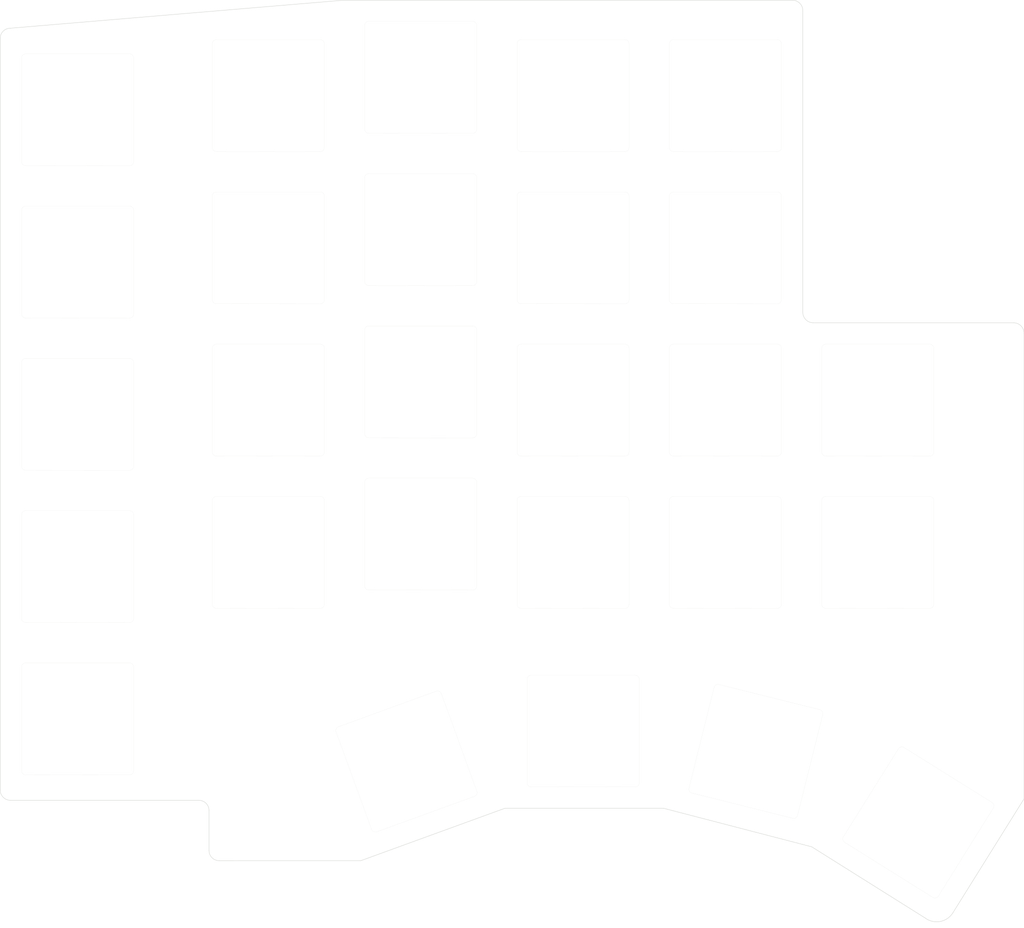
<source format=kicad_pcb>
(kicad_pcb (version 20210925) (generator pcbnew)
  (layers (0 "F.Cu" signal) (31 "B.Cu" signal) (34 "B.Paste" user) (35 "F.Paste" user) (36 "B.SilkS" user "B.Silkscreen") (37 "F.SilkS" user "F.Silkscreen") (38 "B.Mask" user) (39 "F.Mask" user) (44 "Edge.Cuts" user))
  (net 0 "")
  (footprint "acheron_MX_PlateSlots:MX100" (layer "F.Cu") (at 90.9574 47.498)
    (fp_text reference "SW1")
    (fp_text value "SW_Push")
    (fp_line (start 7 -6.5) (end 7 6.5) (layer "Edge.Cuts") (width 0.010007))
    (fp_line (start -6.5 -7) (end 6.5 -7) (layer "Edge.Cuts") (width 0.010007))
    (fp_line (start -6.5 6.990924) (end 6.5 7) (layer "Edge.Cuts") (width 0.010007))
    (fp_line (start -7 -6.5) (end -7 6.490924) (layer "Edge.Cuts") (width 0.010007))
    (fp_arc (start 6.5 -6.5) (end 7 -6.5) (angle -90) (layer "Edge.Cuts") (width 0.010007))
    (fp_arc (start -6.5 -6.5) (end -6.5 -7) (angle -90) (layer "Edge.Cuts") (width 0.010007))
    (fp_arc (start 6.5 6.5) (end 6.5 7) (angle -90) (layer "Edge.Cuts") (width 0.010007))
    (fp_arc (start -6.5 6.490924) (end -7 6.490924) (angle -90) (layer "Edge.Cuts") (width 0.010007))
  )
  (footprint "acheron_MX_PlateSlots:MX100" (layer "F.Cu") (at 90.9574 66.548)
    (fp_text reference "SW2")
    (fp_text value "SW_Push")
    (fp_line (start -6.5 -7) (end 6.5 -7) (layer "Edge.Cuts") (width 0.010007))
    (fp_line (start -6.5 6.990924) (end 6.5 7) (layer "Edge.Cuts") (width 0.010007))
    (fp_line (start 7 -6.5) (end 7 6.5) (layer "Edge.Cuts") (width 0.010007))
    (fp_line (start -7 -6.5) (end -7 6.490924) (layer "Edge.Cuts") (width 0.010007))
    (fp_arc (start 6.5 6.5) (end 6.5 7) (angle -90) (layer "Edge.Cuts") (width 0.010007))
    (fp_arc (start -6.5 -6.5) (end -6.5 -7) (angle -90) (layer "Edge.Cuts") (width 0.010007))
    (fp_arc (start 6.5 -6.5) (end 7 -6.5) (angle -90) (layer "Edge.Cuts") (width 0.010007))
    (fp_arc (start -6.5 6.490924) (end -7 6.490924) (angle -90) (layer "Edge.Cuts") (width 0.010007))
  )
  (footprint "acheron_MX_PlateSlots:MX100" (layer "F.Cu") (at 90.9574 85.598)
    (fp_text reference "SW3")
    (fp_text value "SW_Push")
    (fp_line (start 7 -6.5) (end 7 6.5) (layer "Edge.Cuts") (width 0.010007))
    (fp_line (start -7 -6.5) (end -7 6.490924) (layer "Edge.Cuts") (width 0.010007))
    (fp_line (start -6.5 6.990924) (end 6.5 7) (layer "Edge.Cuts") (width 0.010007))
    (fp_line (start -6.5 -7) (end 6.5 -7) (layer "Edge.Cuts") (width 0.010007))
    (fp_arc (start -6.5 -6.5) (end -6.5 -7) (angle -90) (layer "Edge.Cuts") (width 0.010007))
    (fp_arc (start 6.5 6.5) (end 6.5 7) (angle -90) (layer "Edge.Cuts") (width 0.010007))
    (fp_arc (start 6.5 -6.5) (end 7 -6.5) (angle -90) (layer "Edge.Cuts") (width 0.010007))
    (fp_arc (start -6.5 6.490924) (end -7 6.490924) (angle -90) (layer "Edge.Cuts") (width 0.010007))
  )
  (footprint "acheron_MX_PlateSlots:MX100" (layer "F.Cu") (at 90.9574 104.648)
    (fp_text reference "SW4")
    (fp_text value "SW_Push")
    (fp_line (start -6.5 -7) (end 6.5 -7) (layer "Edge.Cuts") (width 0.010007))
    (fp_line (start -7 -6.5) (end -7 6.490924) (layer "Edge.Cuts") (width 0.010007))
    (fp_line (start 7 -6.5) (end 7 6.5) (layer "Edge.Cuts") (width 0.010007))
    (fp_line (start -6.5 6.990924) (end 6.5 7) (layer "Edge.Cuts") (width 0.010007))
    (fp_arc (start -6.5 6.490924) (end -7 6.490924) (angle -90) (layer "Edge.Cuts") (width 0.010007))
    (fp_arc (start -6.5 -6.5) (end -6.5 -7) (angle -90) (layer "Edge.Cuts") (width 0.010007))
    (fp_arc (start 6.5 -6.5) (end 7 -6.5) (angle -90) (layer "Edge.Cuts") (width 0.010007))
    (fp_arc (start 6.5 6.5) (end 6.5 7) (angle -90) (layer "Edge.Cuts") (width 0.010007))
  )
  (footprint "acheron_MX_PlateSlots:MX100" (layer "F.Cu") (at 90.9574 123.698)
    (fp_text reference "SW5")
    (fp_text value "SW_Push")
    (fp_line (start -7 -6.5) (end -7 6.490924) (layer "Edge.Cuts") (width 0.010007))
    (fp_line (start -6.5 6.990924) (end 6.5 7) (layer "Edge.Cuts") (width 0.010007))
    (fp_line (start 7 -6.5) (end 7 6.5) (layer "Edge.Cuts") (width 0.010007))
    (fp_line (start -6.5 -7) (end 6.5 -7) (layer "Edge.Cuts") (width 0.010007))
    (fp_arc (start 6.5 -6.5) (end 7 -6.5) (angle -90) (layer "Edge.Cuts") (width 0.010007))
    (fp_arc (start 6.5 6.5) (end 6.5 7) (angle -90) (layer "Edge.Cuts") (width 0.010007))
    (fp_arc (start -6.5 6.490924) (end -7 6.490924) (angle -90) (layer "Edge.Cuts") (width 0.010007))
    (fp_arc (start -6.5 -6.5) (end -6.5 -7) (angle -90) (layer "Edge.Cuts") (width 0.010007))
  )
  (footprint "acheron_MX_PlateSlots:MX100" (layer "F.Cu") (at 114.808 45.72)
    (fp_text reference "SW6")
    (fp_text value "SW_Push")
    (fp_line (start 7 -6.5) (end 7 6.5) (layer "Edge.Cuts") (width 0.010007))
    (fp_line (start -6.5 -7) (end 6.5 -7) (layer "Edge.Cuts") (width 0.010007))
    (fp_line (start -7 -6.5) (end -7 6.490924) (layer "Edge.Cuts") (width 0.010007))
    (fp_line (start -6.5 6.990924) (end 6.5 7) (layer "Edge.Cuts") (width 0.010007))
    (fp_arc (start -6.5 -6.5) (end -6.5 -7) (angle -90) (layer "Edge.Cuts") (width 0.010007))
    (fp_arc (start 6.5 -6.5) (end 7 -6.5) (angle -90) (layer "Edge.Cuts") (width 0.010007))
    (fp_arc (start 6.5 6.5) (end 6.5 7) (angle -90) (layer "Edge.Cuts") (width 0.010007))
    (fp_arc (start -6.5 6.490924) (end -7 6.490924) (angle -90) (layer "Edge.Cuts") (width 0.010007))
  )
  (footprint "acheron_MX_PlateSlots:MX100" (layer "F.Cu") (at 114.808 64.77)
    (fp_text reference "SW7")
    (fp_text value "SW_Push")
    (fp_line (start 7 -6.5) (end 7 6.5) (layer "Edge.Cuts") (width 0.010007))
    (fp_line (start -6.5 6.990924) (end 6.5 7) (layer "Edge.Cuts") (width 0.010007))
    (fp_line (start -7 -6.5) (end -7 6.490924) (layer "Edge.Cuts") (width 0.010007))
    (fp_line (start -6.5 -7) (end 6.5 -7) (layer "Edge.Cuts") (width 0.010007))
    (fp_arc (start -6.5 -6.5) (end -6.5 -7) (angle -90) (layer "Edge.Cuts") (width 0.010007))
    (fp_arc (start 6.5 -6.5) (end 7 -6.5) (angle -90) (layer "Edge.Cuts") (width 0.010007))
    (fp_arc (start 6.5 6.5) (end 6.5 7) (angle -90) (layer "Edge.Cuts") (width 0.010007))
    (fp_arc (start -6.5 6.490924) (end -7 6.490924) (angle -90) (layer "Edge.Cuts") (width 0.010007))
  )
  (footprint "acheron_MX_PlateSlots:MX100" (layer "F.Cu") (at 114.808 83.82)
    (fp_text reference "SW8")
    (fp_text value "SW_Push")
    (fp_line (start -6.5 6.990924) (end 6.5 7) (layer "Edge.Cuts") (width 0.010007))
    (fp_line (start 7 -6.5) (end 7 6.5) (layer "Edge.Cuts") (width 0.010007))
    (fp_line (start -6.5 -7) (end 6.5 -7) (layer "Edge.Cuts") (width 0.010007))
    (fp_line (start -7 -6.5) (end -7 6.490924) (layer "Edge.Cuts") (width 0.010007))
    (fp_arc (start -6.5 -6.5) (end -6.5 -7) (angle -90) (layer "Edge.Cuts") (width 0.010007))
    (fp_arc (start -6.5 6.490924) (end -7 6.490924) (angle -90) (layer "Edge.Cuts") (width 0.010007))
    (fp_arc (start 6.5 6.5) (end 6.5 7) (angle -90) (layer "Edge.Cuts") (width 0.010007))
    (fp_arc (start 6.5 -6.5) (end 7 -6.5) (angle -90) (layer "Edge.Cuts") (width 0.010007))
  )
  (footprint "acheron_MX_PlateSlots:MX100" (layer "F.Cu") (at 114.808 102.87)
    (fp_text reference "SW9")
    (fp_text value "SW_Push")
    (fp_line (start -7 -6.5) (end -7 6.490924) (layer "Edge.Cuts") (width 0.010007))
    (fp_line (start 7 -6.5) (end 7 6.5) (layer "Edge.Cuts") (width 0.010007))
    (fp_line (start -6.5 6.990924) (end 6.5 7) (layer "Edge.Cuts") (width 0.010007))
    (fp_line (start -6.5 -7) (end 6.5 -7) (layer "Edge.Cuts") (width 0.010007))
    (fp_arc (start -6.5 -6.5) (end -6.5 -7) (angle -90) (layer "Edge.Cuts") (width 0.010007))
    (fp_arc (start 6.5 6.5) (end 6.5 7) (angle -90) (layer "Edge.Cuts") (width 0.010007))
    (fp_arc (start 6.5 -6.5) (end 7 -6.5) (angle -90) (layer "Edge.Cuts") (width 0.010007))
    (fp_arc (start -6.5 6.490924) (end -7 6.490924) (angle -90) (layer "Edge.Cuts") (width 0.010007))
  )
  (footprint "acheron_MX_PlateSlots:MX100" (layer "F.Cu") (at 133.858 43.434)
    (fp_text reference "SW10")
    (fp_text value "SW_Push")
    (fp_line (start -6.5 6.990924) (end 6.5 7) (layer "Edge.Cuts") (width 0.010007))
    (fp_line (start -7 -6.5) (end -7 6.490924) (layer "Edge.Cuts") (width 0.010007))
    (fp_line (start 7 -6.5) (end 7 6.5) (layer "Edge.Cuts") (width 0.010007))
    (fp_line (start -6.5 -7) (end 6.5 -7) (layer "Edge.Cuts") (width 0.010007))
    (fp_arc (start -6.5 -6.5) (end -6.5 -7) (angle -90) (layer "Edge.Cuts") (width 0.010007))
    (fp_arc (start -6.5 6.490924) (end -7 6.490924) (angle -90) (layer "Edge.Cuts") (width 0.010007))
    (fp_arc (start 6.5 6.5) (end 6.5 7) (angle -90) (layer "Edge.Cuts") (width 0.010007))
    (fp_arc (start 6.5 -6.5) (end 7 -6.5) (angle -90) (layer "Edge.Cuts") (width 0.010007))
  )
  (footprint "acheron_MX_PlateSlots:MX100" (layer "F.Cu") (at 133.858 62.484)
    (fp_text reference "SW11")
    (fp_text value "SW_Push")
    (fp_line (start -7 -6.5) (end -7 6.490924) (layer "Edge.Cuts") (width 0.010007))
    (fp_line (start -6.5 -7) (end 6.5 -7) (layer "Edge.Cuts") (width 0.010007))
    (fp_line (start -6.5 6.990924) (end 6.5 7) (layer "Edge.Cuts") (width 0.010007))
    (fp_line (start 7 -6.5) (end 7 6.5) (layer "Edge.Cuts") (width 0.010007))
    (fp_arc (start -6.5 6.490924) (end -7 6.490924) (angle -90) (layer "Edge.Cuts") (width 0.010007))
    (fp_arc (start 6.5 6.5) (end 6.5 7) (angle -90) (layer "Edge.Cuts") (width 0.010007))
    (fp_arc (start 6.5 -6.5) (end 7 -6.5) (angle -90) (layer "Edge.Cuts") (width 0.010007))
    (fp_arc (start -6.5 -6.5) (end -6.5 -7) (angle -90) (layer "Edge.Cuts") (width 0.010007))
  )
  (footprint "acheron_MX_PlateSlots:MX100" (layer "F.Cu") (at 133.858 81.534)
    (fp_text reference "SW12")
    (fp_text value "SW_Push")
    (fp_line (start -7 -6.5) (end -7 6.490924) (layer "Edge.Cuts") (width 0.010007))
    (fp_line (start -6.5 6.990924) (end 6.5 7) (layer "Edge.Cuts") (width 0.010007))
    (fp_line (start -6.5 -7) (end 6.5 -7) (layer "Edge.Cuts") (width 0.010007))
    (fp_line (start 7 -6.5) (end 7 6.5) (layer "Edge.Cuts") (width 0.010007))
    (fp_arc (start -6.5 -6.5) (end -6.5 -7) (angle -90) (layer "Edge.Cuts") (width 0.010007))
    (fp_arc (start 6.5 -6.5) (end 7 -6.5) (angle -90) (layer "Edge.Cuts") (width 0.010007))
    (fp_arc (start -6.5 6.490924) (end -7 6.490924) (angle -90) (layer "Edge.Cuts") (width 0.010007))
    (fp_arc (start 6.5 6.5) (end 6.5 7) (angle -90) (layer "Edge.Cuts") (width 0.010007))
  )
  (footprint "acheron_MX_PlateSlots:MX100" (layer "F.Cu") (at 133.858 100.584)
    (fp_text reference "SW13")
    (fp_text value "SW_Push")
    (fp_line (start -6.5 6.990924) (end 6.5 7) (layer "Edge.Cuts") (width 0.010007))
    (fp_line (start 7 -6.5) (end 7 6.5) (layer "Edge.Cuts") (width 0.010007))
    (fp_line (start -6.5 -7) (end 6.5 -7) (layer "Edge.Cuts") (width 0.010007))
    (fp_line (start -7 -6.5) (end -7 6.490924) (layer "Edge.Cuts") (width 0.010007))
    (fp_arc (start 6.5 -6.5) (end 7 -6.5) (angle -90) (layer "Edge.Cuts") (width 0.010007))
    (fp_arc (start 6.5 6.5) (end 6.5 7) (angle -90) (layer "Edge.Cuts") (width 0.010007))
    (fp_arc (start -6.5 -6.5) (end -6.5 -7) (angle -90) (layer "Edge.Cuts") (width 0.010007))
    (fp_arc (start -6.5 6.490924) (end -7 6.490924) (angle -90) (layer "Edge.Cuts") (width 0.010007))
  )
  (footprint "acheron_MX_PlateSlots:MX100" (layer "F.Cu") (at 132.08 129.032 20)
    (fp_text reference "SW14")
    (fp_text value "SW_Push")
    (fp_line (start -6.5 -7) (end 6.5 -7) (layer "Edge.Cuts") (width 0.010007))
    (fp_line (start 7 -6.5) (end 7 6.5) (layer "Edge.Cuts") (width 0.010007))
    (fp_line (start -6.5 6.990924) (end 6.5 7) (layer "Edge.Cuts") (width 0.010007))
    (fp_line (start -7 -6.5) (end -7 6.490924) (layer "Edge.Cuts") (width 0.010007))
    (fp_arc (start 6.5 6.5) (end 6.5 7) (angle -90) (layer "Edge.Cuts") (width 0.010007))
    (fp_arc (start -6.5 6.490924) (end -7 6.490924) (angle -90) (layer "Edge.Cuts") (width 0.010007))
    (fp_arc (start 6.5 -6.5) (end 7 -6.5) (angle -90) (layer "Edge.Cuts") (width 0.010007))
    (fp_arc (start -6.5 -6.5) (end -6.5 -7) (angle -90) (layer "Edge.Cuts") (width 0.010007))
  )
  (footprint "acheron_MX_PlateSlots:MX100" (layer "F.Cu") (at 152.908 45.72)
    (fp_text reference "SW15")
    (fp_text value "SW_Push")
    (fp_line (start -6.5 6.990924) (end 6.5 7) (layer "Edge.Cuts") (width 0.010007))
    (fp_line (start 7 -6.5) (end 7 6.5) (layer "Edge.Cuts") (width 0.010007))
    (fp_line (start -6.5 -7) (end 6.5 -7) (layer "Edge.Cuts") (width 0.010007))
    (fp_line (start -7 -6.5) (end -7 6.490924) (layer "Edge.Cuts") (width 0.010007))
    (fp_arc (start 6.5 -6.5) (end 7 -6.5) (angle -90) (layer "Edge.Cuts") (width 0.010007))
    (fp_arc (start -6.5 -6.5) (end -6.5 -7) (angle -90) (layer "Edge.Cuts") (width 0.010007))
    (fp_arc (start -6.5 6.490924) (end -7 6.490924) (angle -90) (layer "Edge.Cuts") (width 0.010007))
    (fp_arc (start 6.5 6.5) (end 6.5 7) (angle -90) (layer "Edge.Cuts") (width 0.010007))
  )
  (footprint "acheron_MX_PlateSlots:MX100" (layer "F.Cu") (at 152.908 64.77)
    (fp_text reference "SW16")
    (fp_text value "SW_Push")
    (fp_line (start -6.5 -7) (end 6.5 -7) (layer "Edge.Cuts") (width 0.010007))
    (fp_line (start -7 -6.5) (end -7 6.490924) (layer "Edge.Cuts") (width 0.010007))
    (fp_line (start -6.5 6.990924) (end 6.5 7) (layer "Edge.Cuts") (width 0.010007))
    (fp_line (start 7 -6.5) (end 7 6.5) (layer "Edge.Cuts") (width 0.010007))
    (fp_arc (start -6.5 -6.5) (end -6.5 -7) (angle -90) (layer "Edge.Cuts") (width 0.010007))
    (fp_arc (start 6.5 6.5) (end 6.5 7) (angle -90) (layer "Edge.Cuts") (width 0.010007))
    (fp_arc (start -6.5 6.490924) (end -7 6.490924) (angle -90) (layer "Edge.Cuts") (width 0.010007))
    (fp_arc (start 6.5 -6.5) (end 7 -6.5) (angle -90) (layer "Edge.Cuts") (width 0.010007))
  )
  (footprint "acheron_MX_PlateSlots:MX100" (layer "F.Cu") (at 152.908 83.82)
    (fp_text reference "SW17")
    (fp_text value "SW_Push")
    (fp_line (start -6.5 -7) (end 6.5 -7) (layer "Edge.Cuts") (width 0.010007))
    (fp_line (start -7 -6.5) (end -7 6.490924) (layer "Edge.Cuts") (width 0.010007))
    (fp_line (start -6.5 6.990924) (end 6.5 7) (layer "Edge.Cuts") (width 0.010007))
    (fp_line (start 7 -6.5) (end 7 6.5) (layer "Edge.Cuts") (width 0.010007))
    (fp_arc (start 6.5 6.5) (end 6.5 7) (angle -90) (layer "Edge.Cuts") (width 0.010007))
    (fp_arc (start 6.5 -6.5) (end 7 -6.5) (angle -90) (layer "Edge.Cuts") (width 0.010007))
    (fp_arc (start -6.5 6.490924) (end -7 6.490924) (angle -90) (layer "Edge.Cuts") (width 0.010007))
    (fp_arc (start -6.5 -6.5) (end -6.5 -7) (angle -90) (layer "Edge.Cuts") (width 0.010007))
  )
  (footprint "acheron_MX_PlateSlots:MX100" (layer "F.Cu") (at 152.908 102.87)
    (fp_text reference "SW18")
    (fp_text value "SW_Push")
    (fp_line (start 7 -6.5) (end 7 6.5) (layer "Edge.Cuts") (width 0.010007))
    (fp_line (start -6.5 6.990924) (end 6.5 7) (layer "Edge.Cuts") (width 0.010007))
    (fp_line (start -6.5 -7) (end 6.5 -7) (layer "Edge.Cuts") (width 0.010007))
    (fp_line (start -7 -6.5) (end -7 6.490924) (layer "Edge.Cuts") (width 0.010007))
    (fp_arc (start -6.5 -6.5) (end -6.5 -7) (angle -90) (layer "Edge.Cuts") (width 0.010007))
    (fp_arc (start 6.5 6.5) (end 6.5 7) (angle -90) (layer "Edge.Cuts") (width 0.010007))
    (fp_arc (start 6.5 -6.5) (end 7 -6.5) (angle -90) (layer "Edge.Cuts") (width 0.010007))
    (fp_arc (start -6.5 6.490924) (end -7 6.490924) (angle -90) (layer "Edge.Cuts") (width 0.010007))
  )
  (footprint "acheron_MX_PlateSlots:MX100" (layer "F.Cu") (at 154.178 125.222)
    (fp_text reference "SW19")
    (fp_text value "SW_Push")
    (fp_line (start 7 -6.5) (end 7 6.5) (layer "Edge.Cuts") (width 0.010007))
    (fp_line (start -7 -6.5) (end -7 6.490924) (layer "Edge.Cuts") (width 0.010007))
    (fp_line (start -6.5 -7) (end 6.5 -7) (layer "Edge.Cuts") (width 0.010007))
    (fp_line (start -6.5 6.990924) (end 6.5 7) (layer "Edge.Cuts") (width 0.010007))
    (fp_arc (start -6.5 -6.5) (end -6.5 -7) (angle -90) (layer "Edge.Cuts") (width 0.010007))
    (fp_arc (start 6.5 6.5) (end 6.5 7) (angle -90) (layer "Edge.Cuts") (width 0.010007))
    (fp_arc (start 6.5 -6.5) (end 7 -6.5) (angle -90) (layer "Edge.Cuts") (width 0.010007))
    (fp_arc (start -6.5 6.490924) (end -7 6.490924) (angle -90) (layer "Edge.Cuts") (width 0.010007))
  )
  (footprint "acheron_MX_PlateSlots:MX100" (layer "F.Cu") (at 171.958 45.72)
    (fp_text reference "SW20")
    (fp_text value "SW_Push")
    (fp_line (start -7 -6.5) (end -7 6.490924) (layer "Edge.Cuts") (width 0.010007))
    (fp_line (start -6.5 -7) (end 6.5 -7) (layer "Edge.Cuts") (width 0.010007))
    (fp_line (start -6.5 6.990924) (end 6.5 7) (layer "Edge.Cuts") (width 0.010007))
    (fp_line (start 7 -6.5) (end 7 6.5) (layer "Edge.Cuts") (width 0.010007))
    (fp_arc (start 6.5 6.5) (end 6.5 7) (angle -90) (layer "Edge.Cuts") (width 0.010007))
    (fp_arc (start -6.5 -6.5) (end -6.5 -7) (angle -90) (layer "Edge.Cuts") (width 0.010007))
    (fp_arc (start 6.5 -6.5) (end 7 -6.5) (angle -90) (layer "Edge.Cuts") (width 0.010007))
    (fp_arc (start -6.5 6.490924) (end -7 6.490924) (angle -90) (layer "Edge.Cuts") (width 0.010007))
  )
  (footprint "acheron_MX_PlateSlots:MX100" (layer "F.Cu") (at 171.958 64.77)
    (fp_text reference "SW21")
    (fp_text value "SW_Push")
    (fp_line (start -7 -6.5) (end -7 6.490924) (layer "Edge.Cuts") (width 0.010007))
    (fp_line (start 7 -6.5) (end 7 6.5) (layer "Edge.Cuts") (width 0.010007))
    (fp_line (start -6.5 6.990924) (end 6.5 7) (layer "Edge.Cuts") (width 0.010007))
    (fp_line (start -6.5 -7) (end 6.5 -7) (layer "Edge.Cuts") (width 0.010007))
    (fp_arc (start -6.5 -6.5) (end -6.5 -7) (angle -90) (layer "Edge.Cuts") (width 0.010007))
    (fp_arc (start 6.5 -6.5) (end 7 -6.5) (angle -90) (layer "Edge.Cuts") (width 0.010007))
    (fp_arc (start -6.5 6.490924) (end -7 6.490924) (angle -90) (layer "Edge.Cuts") (width 0.010007))
    (fp_arc (start 6.5 6.5) (end 6.5 7) (angle -90) (layer "Edge.Cuts") (width 0.010007))
  )
  (footprint "acheron_MX_PlateSlots:MX100" (layer "F.Cu") (at 171.958 83.82)
    (fp_text reference "SW22")
    (fp_text value "SW_Push")
    (fp_line (start 7 -6.5) (end 7 6.5) (layer "Edge.Cuts") (width 0.010007))
    (fp_line (start -7 -6.5) (end -7 6.490924) (layer "Edge.Cuts") (width 0.010007))
    (fp_line (start -6.5 -7) (end 6.5 -7) (layer "Edge.Cuts") (width 0.010007))
    (fp_line (start -6.5 6.990924) (end 6.5 7) (layer "Edge.Cuts") (width 0.010007))
    (fp_arc (start 6.5 -6.5) (end 7 -6.5) (angle -90) (layer "Edge.Cuts") (width 0.010007))
    (fp_arc (start -6.5 6.490924) (end -7 6.490924) (angle -90) (layer "Edge.Cuts") (width 0.010007))
    (fp_arc (start 6.5 6.5) (end 6.5 7) (angle -90) (layer "Edge.Cuts") (width 0.010007))
    (fp_arc (start -6.5 -6.5) (end -6.5 -7) (angle -90) (layer "Edge.Cuts") (width 0.010007))
  )
  (footprint "acheron_MX_PlateSlots:MX100" (layer "F.Cu") (at 171.958 102.87)
    (fp_text reference "SW23")
    (fp_text value "SW_Push")
    (fp_line (start -6.5 6.990924) (end 6.5 7) (layer "Edge.Cuts") (width 0.010007))
    (fp_line (start 7 -6.5) (end 7 6.5) (layer "Edge.Cuts") (width 0.010007))
    (fp_line (start -6.5 -7) (end 6.5 -7) (layer "Edge.Cuts") (width 0.010007))
    (fp_line (start -7 -6.5) (end -7 6.490924) (layer "Edge.Cuts") (width 0.010007))
    (fp_arc (start 6.5 -6.5) (end 7 -6.5) (angle -90) (layer "Edge.Cuts") (width 0.010007))
    (fp_arc (start 6.5 6.5) (end 6.5 7) (angle -90) (layer "Edge.Cuts") (width 0.010007))
    (fp_arc (start -6.5 6.490924) (end -7 6.490924) (angle -90) (layer "Edge.Cuts") (width 0.010007))
    (fp_arc (start -6.5 -6.5) (end -6.5 -7) (angle -90) (layer "Edge.Cuts") (width 0.010007))
  )
  (footprint "acheron_MX_PlateSlots:MX100" (layer "F.Cu") (at 175.768 127.762 -14)
    (fp_text reference "SW24")
    (fp_text value "SW_Push")
    (fp_line (start -6.5 6.990924) (end 6.5 7) (layer "Edge.Cuts") (width 0.010007))
    (fp_line (start -6.5 -7) (end 6.5 -7) (layer "Edge.Cuts") (width 0.010007))
    (fp_line (start 7 -6.5) (end 7 6.5) (layer "Edge.Cuts") (width 0.010007))
    (fp_line (start -7 -6.5) (end -7 6.490924) (layer "Edge.Cuts") (width 0.010007))
    (fp_arc (start -6.5 -6.5) (end -6.5 -7) (angle -90) (layer "Edge.Cuts") (width 0.010007))
    (fp_arc (start -6.5 6.490924) (end -7 6.490924) (angle -90) (layer "Edge.Cuts") (width 0.010007))
    (fp_arc (start 6.5 6.5) (end 6.5 7) (angle -90) (layer "Edge.Cuts") (width 0.010007))
    (fp_arc (start 6.5 -6.5) (end 7 -6.5) (angle -90) (layer "Edge.Cuts") (width 0.010007))
  )
  (footprint "acheron_MX_PlateSlots:MX100" (layer "F.Cu") (at 191.008 83.82)
    (fp_text reference "SW25")
    (fp_text value "SW_Push")
    (fp_line (start 7 -6.5) (end 7 6.5) (layer "Edge.Cuts") (width 0.010007))
    (fp_line (start -7 -6.5) (end -7 6.490924) (layer "Edge.Cuts") (width 0.010007))
    (fp_line (start -6.5 6.990924) (end 6.5 7) (layer "Edge.Cuts") (width 0.010007))
    (fp_line (start -6.5 -7) (end 6.5 -7) (layer "Edge.Cuts") (width 0.010007))
    (fp_arc (start -6.5 6.490924) (end -7 6.490924) (angle -90) (layer "Edge.Cuts") (width 0.010007))
    (fp_arc (start 6.5 -6.5) (end 7 -6.5) (angle -90) (layer "Edge.Cuts") (width 0.010007))
    (fp_arc (start 6.5 6.5) (end 6.5 7) (angle -90) (layer "Edge.Cuts") (width 0.010007))
    (fp_arc (start -6.5 -6.5) (end -6.5 -7) (angle -90) (layer "Edge.Cuts") (width 0.010007))
  )
  (footprint "acheron_MX_PlateSlots:MX100" (layer "F.Cu") (at 191.008 102.87)
    (fp_text reference "SW26")
    (fp_text value "SW_Push")
    (fp_line (start -6.5 6.990924) (end 6.5 7) (layer "Edge.Cuts") (width 0.010007))
    (fp_line (start -6.5 -7) (end 6.5 -7) (layer "Edge.Cuts") (width 0.010007))
    (fp_line (start 7 -6.5) (end 7 6.5) (layer "Edge.Cuts") (width 0.010007))
    (fp_line (start -7 -6.5) (end -7 6.490924) (layer "Edge.Cuts") (width 0.010007))
    (fp_arc (start -6.5 6.490924) (end -7 6.490924) (angle -90) (layer "Edge.Cuts") (width 0.010007))
    (fp_arc (start 6.5 -6.5) (end 7 -6.5) (angle -90) (layer "Edge.Cuts") (width 0.010007))
    (fp_arc (start -6.5 -6.5) (end -6.5 -7) (angle -90) (layer "Edge.Cuts") (width 0.010007))
    (fp_arc (start 6.5 6.5) (end 6.5 7) (angle -90) (layer "Edge.Cuts") (width 0.010007))
  )
  (footprint "acheron_MX_PlateSlots:MX100" (layer "F.Cu") (at 196.088 136.652 -32)
    (fp_text reference "SW27")
    (fp_text value "SW_Push")
    (fp_line (start -7 -6.5) (end -7 6.490924) (layer "Edge.Cuts") (width 0.010007))
    (fp_line (start -6.5 6.990924) (end 6.5 7) (layer "Edge.Cuts") (width 0.010007))
    (fp_line (start -6.5 -7) (end 6.5 -7) (layer "Edge.Cuts") (width 0.010007))
    (fp_line (start 7 -6.5) (end 7 6.5) (layer "Edge.Cuts") (width 0.010007))
    (fp_arc (start 6.5 -6.5) (end 7 -6.5) (angle -90) (layer "Edge.Cuts") (width 0.010007))
    (fp_arc (start 6.5 6.5) (end 6.5 7) (angle -90) (layer "Edge.Cuts") (width 0.010007))
    (fp_arc (start -6.5 -6.5) (end -6.5 -7) (angle -90) (layer "Edge.Cuts") (width 0.010007))
    (fp_arc (start -6.5 6.490924) (end -7 6.490924) (angle -90) (layer "Edge.Cuts") (width 0.010007))
  )
  (gr_line (start 108.6612 141.431974) (end 126.3904 141.4272) (layer "Edge.Cuts") (width 0.05))
  (gr_line (start 82.5754 133.8834) (end 106.1212 133.8834) (layer "Edge.Cuts") (width 0.05))
  (gr_line (start 81.28 132.6134) (end 81.28 38.5572) (layer "Edge.Cuts") (width 0.05))
  (gr_line (start 209.296 75.485562) (end 209.296 133.7056) (layer "Edge.Cuts") (width 0.05))
  (gr_arc (start 82.55 38.5572) (end 82.55 37.2872) (angle -90) (layer "Edge.Cuts") (width 0.05))
  (gr_line (start 126.3904 141.4272) (end 144.399 134.874) (layer "Edge.Cuts") (width 0.05))
  (gr_line (start 182.753 139.7) (end 196.981221 148.634894) (layer "Edge.Cuts") (width 0.05))
  (gr_line (start 124.2 33.782) (end 82.55 37.2872) (layer "Edge.Cuts") (width 0.05))
  (gr_line (start 181.64 72.794393) (end 181.64 35.126126) (layer "Edge.Cuts") (width 0.05))
  (gr_arc (start 198.374001 146.685001) (end 200.406 147.955) (angle 93.53229458) (layer "Edge.Cuts") (width 0.05))
  (gr_line (start 164.211 134.874) (end 182.753 139.7) (layer "Edge.Cuts") (width 0.05))
  (gr_line (start 124.2 33.782) (end 180.366193 33.782) (layer "Edge.Cuts") (width 0.05))
  (gr_arc (start 180.330058 35.09189) (end 181.64 35.126126) (angle -89.91693651) (layer "Edge.Cuts") (width 0.05))
  (gr_arc (start 182.951391 72.828666) (end 181.64 72.794393) (angle -89.90728624) (layer "Edge.Cuts") (width 0.05))
  (gr_line (start 208.024137 74.14) (end 182.914996 74.14) (layer "Edge.Cuts") (width 0.05))
  (gr_arc (start 106.1212 135.1534) (end 107.3912 135.1534) (angle -90) (layer "Edge.Cuts") (width 0.05))
  (gr_line (start 200.406 147.955) (end 209.296 133.7056) (layer "Edge.Cuts") (width 0.05))
  (gr_line (start 107.3912 135.1534) (end 107.3912 140.161974) (layer "Edge.Cuts") (width 0.05))
  (gr_arc (start 207.987765 75.44826) (end 209.296 75.485562) (angle -90.04068489) (layer "Edge.Cuts") (width 0.05))
  (gr_line (start 144.399 134.874) (end 164.211 134.874) (layer "Edge.Cuts") (width 0.05))
  (gr_arc (start 108.6612 140.161974) (end 107.3912 140.161974) (angle -90) (layer "Edge.Cuts") (width 0.05))
  (gr_arc (start 82.5754 132.587746) (end 81.28 132.6134) (angle -88.86546718) (layer "Edge.Cuts") (width 0.05))
)
</source>
